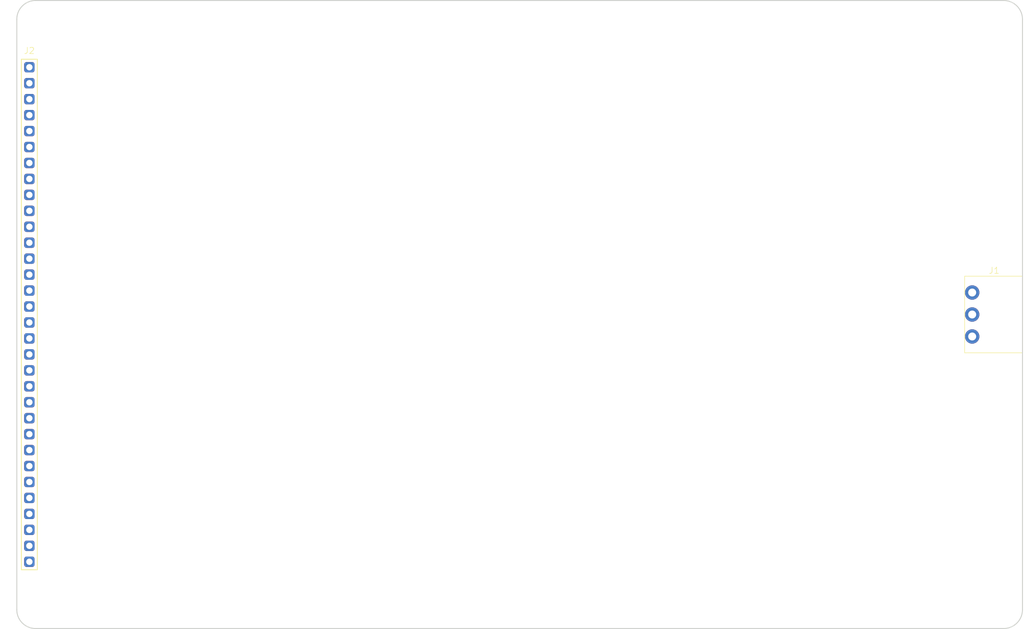
<source format=kicad_pcb>
(kicad_pcb (version 20221018) (generator pcbnew)
  (layers (0 "F.Cu" signal) (31 "B.Cu" signal) (34 "B.Paste" user) (35 "F.Paste" user) (36 "B.SilkS" user "B.Silkscreen") (37 "F.SilkS" user "F.Silkscreen") (38 "B.Mask" user) (39 "F.Mask" user) (44 "Edge.Cuts" user))
  (net 0 "")
  (footprint "" (layer "F.Cu") (at 226.5 55.5)
    (fp_text reference "" (at 0 0) (layer "F.SilkS") (effects (font (size 1.27 1.27))))
    (fp_text value "" (at 0 0) (layer "F.SilkS") (effects (font (size 1.27 1.27))))
    (pad "" np_thru_hole circle (at -0.07 0.05) (size 2.7 2.7) (drill 2.7) (layers "F&B.Cu" "*.Mask"))
  )
  (footprint "" (layer "F.Cu") (at 79 146.5)
    (fp_text reference "" (at 0 0) (layer "F.SilkS") (effects (font (size 1.27 1.27))))
    (fp_text value "" (at 0 0) (layer "F.SilkS") (effects (font (size 1.27 1.27))))
    (pad "" np_thru_hole circle (at 0 0) (size 3.2 3.2) (drill 3.2) (layers "F&B.Cu" "*.Mask"))
  )
  (footprint "100mm template footprints:CTB93HD3" (layer "F.Cu") (at 230 100)
    (fp_text reference "J1" (at -4.5 -7 unlocked) (layer "F.SilkS") (effects (font (thickness 0.1))))
    (fp_text value "PWR")
    (fp_rect (start -9.2 -6.1) (end 0 6.1) (stroke (width 0.1)) (fill none) (layer "F.SilkS"))
    (pad "1" thru_hole circle (at -8 -3.5) (size 2.286 2.286) (drill 1.27) (layers "*.Cu" "*.Mask"))
    (pad "2" thru_hole circle (at -8 0) (size 2.286 2.286) (drill 1.27) (layers "*.Cu" "*.Mask"))
    (pad "3" thru_hole circle (at -8 3.5) (size 2.286 2.286) (drill 1.27) (layers "*.Cu" "*.Mask"))
  )
  (footprint "" (layer "F.Cu") (at 221 53.5)
    (fp_text reference "" (at 0 0) (layer "F.SilkS") (effects (font (size 1.27 1.27))))
    (fp_text value "" (at 0 0) (layer "F.SilkS") (effects (font (size 1.27 1.27))))
    (pad "" np_thru_hole circle (at 0 0) (size 3.2 3.2) (drill 3.2) (layers "F&B.Cu" "*.Mask"))
  )
  (footprint "" (layer "F.Cu") (at 227 141)
    (fp_text reference "" (at 0 0) (layer "F.SilkS") (effects (font (size 1.27 1.27))))
    (fp_text value "" (at 0 0) (layer "F.SilkS") (effects (font (size 1.27 1.27))))
    (pad "" np_thru_hole circle (at -0.57 3.45) (size 2.7 2.7) (drill 2.7) (layers "F&B.Cu" "*.Mask"))
  )
  (footprint "" (layer "F.Cu") (at 79 53.5)
    (fp_text reference "" (at 0 0) (layer "F.SilkS") (effects (font (size 1.27 1.27))))
    (fp_text value "" (at 0 0) (layer "F.SilkS") (effects (font (size 1.27 1.27))))
    (pad "" np_thru_hole circle (at 0 0) (size 3.2 3.2) (drill 3.2) (layers "F&B.Cu" "*.Mask"))
  )
  (footprint "" (layer "F.Cu") (at 72.5 147.5)
    (fp_text reference "" (at 0 0) (layer "F.SilkS") (effects (font (size 1.27 1.27))))
    (fp_text value "" (at 0 0) (layer "F.SilkS") (effects (font (size 1.27 1.27))))
    (pad "" np_thru_hole circle (at 1.07 -3.05) (size 2.7 2.7) (drill 2.7) (layers "F&B.Cu" "*.Mask"))
  )
  (footprint "" (layer "F.Cu") (at 221 146.5)
    (fp_text reference "" (at 0 0) (layer "F.SilkS") (effects (font (size 1.27 1.27))))
    (fp_text value "" (at 0 0) (layer "F.SilkS") (effects (font (size 1.27 1.27))))
    (pad "" np_thru_hole circle (at 0 0) (size 3.2 3.2) (drill 3.2) (layers "F&B.Cu" "*.Mask"))
  )
  (footprint "100mm template footprints:SIL32" (layer "F.Cu") (at 72 100)
    (fp_text reference "J2" (at 0 -42 unlocked) (layer "F.SilkS") (effects (font (thickness 0.1))))
    (fp_text value "Conn_01x32")
    (pad "1" thru_hole roundrect (at 0 -39.37) (size 1.651 1.651) (drill 1.016) (layers "*.Cu" "*.Mask") (roundrect_rratio 0.2307692308))
    (pad "2" thru_hole roundrect (at 0 -36.83) (size 1.651 1.651) (drill 1.016) (layers "*.Cu" "*.Mask") (roundrect_rratio 0.2307692308))
    (pad "3" thru_hole roundrect (at 0 -34.29) (size 1.651 1.651) (drill 1.016) (layers "*.Cu" "*.Mask") (roundrect_rratio 0.2307692308))
    (pad "4" thru_hole roundrect (at 0 -31.75) (size 1.651 1.651) (drill 1.016) (layers "*.Cu" "*.Mask") (roundrect_rratio 0.2307692308))
    (pad "5" thru_hole roundrect (at 0 -29.21) (size 1.651 1.651) (drill 1.016) (layers "*.Cu" "*.Mask") (roundrect_rratio 0.2307692308))
    (pad "6" thru_hole roundrect (at 0 -26.67) (size 1.651 1.651) (drill 1.016) (layers "*.Cu" "*.Mask") (roundrect_rratio 0.2307692308))
    (pad "7" thru_hole roundrect (at 0 -24.13) (size 1.651 1.651) (drill 1.016) (layers "*.Cu" "*.Mask") (roundrect_rratio 0.2307692308))
    (pad "8" thru_hole roundrect (at 0 -21.59) (size 1.651 1.651) (drill 1.016) (layers "*.Cu" "*.Mask") (roundrect_rratio 0.2307692308))
    (pad "9" thru_hole roundrect (at 0 -19.05) (size 1.651 1.651) (drill 1.016) (layers "*.Cu" "*.Mask") (roundrect_rratio 0.2307692308))
    (pad "10" thru_hole roundrect (at 0 -16.51) (size 1.651 1.651) (drill 1.016) (layers "*.Cu" "*.Mask") (roundrect_rratio 0.2307692308))
    (pad "11" thru_hole roundrect (at 0 -13.97) (size 1.651 1.651) (drill 1.016) (layers "*.Cu" "*.Mask") (roundrect_rratio 0.2307692308))
    (pad "12" thru_hole roundrect (at 0 -11.43) (size 1.651 1.651) (drill 1.016) (layers "*.Cu" "*.Mask") (roundrect_rratio 0.2307692308))
    (pad "13" thru_hole roundrect (at 0 -8.89) (size 1.651 1.651) (drill 1.016) (layers "*.Cu" "*.Mask") (roundrect_rratio 0.2307692308))
    (pad "14" thru_hole roundrect (at 0 -6.35) (size 1.651 1.651) (drill 1.016) (layers "*.Cu" "*.Mask") (roundrect_rratio 0.2307692308))
    (pad "15" thru_hole roundrect (at 0 -3.81) (size 1.651 1.651) (drill 1.016) (layers "*.Cu" "*.Mask") (roundrect_rratio 0.2307692308))
    (pad "16" thru_hole roundrect (at 0 -1.27) (size 1.651 1.651) (drill 1.016) (layers "*.Cu" "*.Mask") (roundrect_rratio 0.2307692308))
    (pad "17" thru_hole roundrect (at 0 1.27) (size 1.651 1.651) (drill 1.016) (layers "*.Cu" "*.Mask") (roundrect_rratio 0.2307692308))
    (pad "18" thru_hole roundrect (at 0 3.81) (size 1.651 1.651) (drill 1.016) (layers "*.Cu" "*.Mask") (roundrect_rratio 0.2307692308))
    (pad "19" thru_hole roundrect (at 0 6.35) (size 1.651 1.651) (drill 1.016) (layers "*.Cu" "*.Mask") (roundrect_rratio 0.2307692308))
    (pad "20" thru_hole roundrect (at 0 8.89) (size 1.651 1.651) (drill 1.016) (layers "*.Cu" "*.Mask") (roundrect_rratio 0.2307692308))
    (pad "21" thru_hole roundrect (at 0 11.43) (size 1.651 1.651) (drill 1.016) (layers "*.Cu" "*.Mask") (roundrect_rratio 0.2307692308))
    (pad "22" thru_hole roundrect (at 0 13.97) (size 1.651 1.651) (drill 1.016) (layers "*.Cu" "*.Mask") (roundrect_rratio 0.2307692308))
    (pad "23" thru_hole roundrect (at 0 16.51) (size 1.651 1.651) (drill 1.016) (layers "*.Cu" "*.Mask") (roundrect_rratio 0.2307692308))
    (pad "24" thru_hole roundrect (at 0 19.05) (size 1.651 1.651) (drill 1.016) (layers "*.Cu" "*.Mask") (roundrect_rratio 0.2307692308))
    (pad "25" thru_hole roundrect (at 0 21.59) (size 1.651 1.651) (drill 1.016) (layers "*.Cu" "*.Mask") (roundrect_rratio 0.2307692308))
    (pad "26" thru_hole roundrect (at 0 24.13) (size 1.651 1.651) (drill 1.016) (layers "*.Cu" "*.Mask") (roundrect_rratio 0.2307692308))
    (pad "27" thru_hole roundrect (at 0 26.67) (size 1.651 1.651) (drill 1.016) (layers "*.Cu" "*.Mask") (roundrect_rratio 0.2307692308))
    (pad "28" thru_hole roundrect (at 0 29.21) (size 1.651 1.651) (drill 1.016) (layers "*.Cu" "*.Mask") (roundrect_rratio 0.2307692308))
    (pad "29" thru_hole roundrect (at 0 31.75) (size 1.651 1.651) (drill 1.016) (layers "*.Cu" "*.Mask") (roundrect_rratio 0.2307692308))
    (pad "30" thru_hole roundrect (at 0 34.29) (size 1.651 1.651) (drill 1.016) (layers "*.Cu" "*.Mask") (roundrect_rratio 0.2307692308))
    (pad "31" thru_hole roundrect (at 0 36.83) (size 1.651 1.651) (drill 1.016) (layers "*.Cu" "*.Mask") (roundrect_rratio 0.2307692308))
    (pad "32" thru_hole roundrect (at 0 39.37) (size 1.651 1.651) (drill 1.016) (layers "*.Cu" "*.Mask") (roundrect_rratio 0.2307692308))
  )
  (footprint "" (layer "F.Cu") (at 73.5 52.25)
    (fp_text reference "" (at 0 0) (layer "F.SilkS") (effects (font (size 1.27 1.27))))
    (fp_text value "" (at 0 0) (layer "F.SilkS") (effects (font (size 1.27 1.27))))
    (pad "" np_thru_hole circle (at 0.07 3.3) (size 2.7 2.7) (drill 2.7) (layers "F&B.Cu" "*.Mask"))
  )
  (gr_rect (start 70.73 59.36) (end 73.27 140.64) (stroke (width 0.15)) (fill none) (layer "F.SilkS"))
  (gr_arc (start 73 150) (mid 70.87868 149.12132) (end 70 147) (stroke (width 0.1524)) (layer "Edge.Cuts"))
  (gr_line (start 70 53) (end 70 147) (stroke (width 0.1524)) (layer "Edge.Cuts"))
  (gr_arc (start 70 53) (mid 70.87868 50.87868) (end 73 50) (stroke (width 0.1524)) (layer "Edge.Cuts"))
  (gr_arc (start 227 50) (mid 229.12132 50.87868) (end 230 53) (stroke (width 0.1524)) (layer "Edge.Cuts"))
  (gr_line (start 230 147) (end 230 53) (stroke (width 0.1524)) (layer "Edge.Cuts"))
  (gr_arc (start 230 147) (mid 229.12132 149.12132) (end 227 150) (stroke (width 0.1524)) (layer "Edge.Cuts"))
  (gr_line (start 227 50) (end 73 50) (stroke (width 0.1524)) (layer "Edge.Cuts"))
  (gr_line (start 73 150) (end 227 150) (stroke (width 0.1524)) (layer "Edge.Cuts"))
)
</source>
